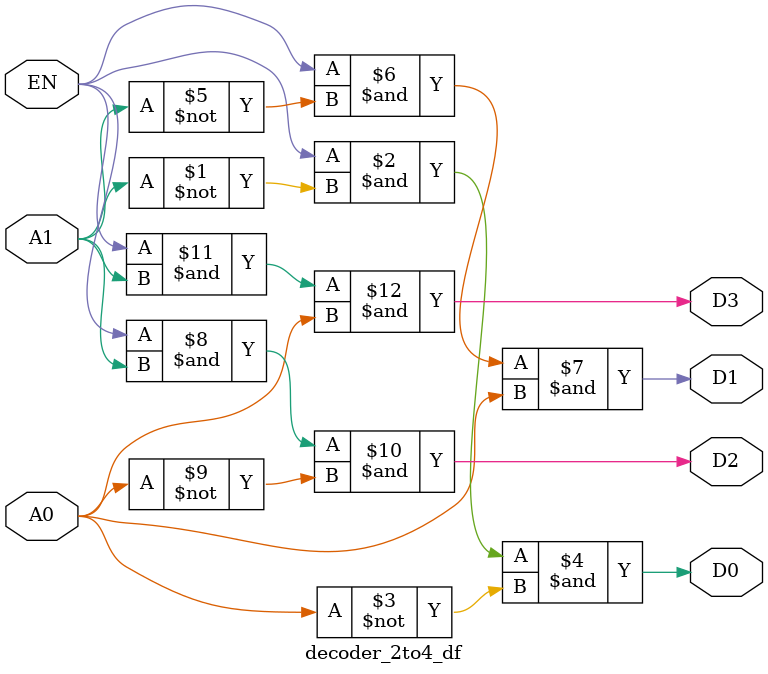
<source format=v>
module decoder_2to4_df(EN,A1,A0,D3,D2,D1,D0);
input EN,A1,A0;
output D3,D2,D1,D0;
assign D0 = (EN & ~A1 & ~A0);
assign D1 = (EN & ~A1 & A0);
assign D2 = (EN & A1 & ~A0);
assign D3 = (EN & A1 & A0);
endmodule

</source>
